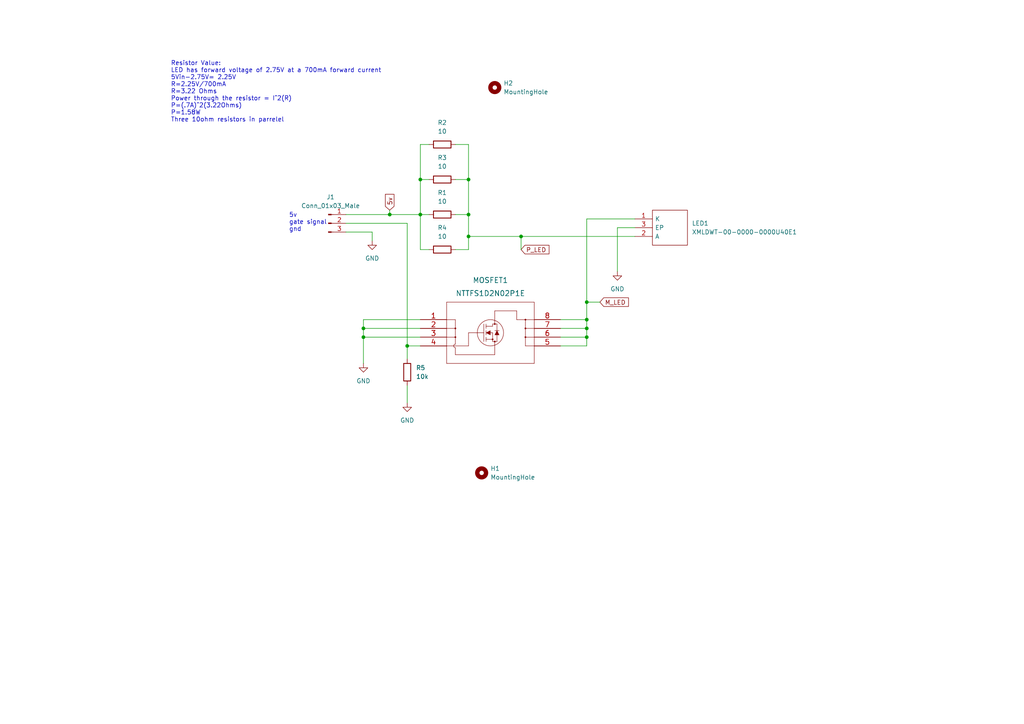
<source format=kicad_sch>
(kicad_sch (version 20211123) (generator eeschema)

  (uuid 7d50bbff-a1ab-4f13-a0a1-fc6bccc84a52)

  (paper "A4")

  (lib_symbols
    (symbol "2023-02-10_19-37-18:NTTFS1D2N02P1E" (pin_names (offset 0.254) hide) (in_bom yes) (on_board yes)
      (property "Reference" "MOSFET" (id 0) (at 20.32 10.16 0)
        (effects (font (size 1.524 1.524)))
      )
      (property "Value" "NTTFS1D2N02P1E" (id 1) (at 20.32 7.62 0)
        (effects (font (size 1.524 1.524)))
      )
      (property "Footprint" "PQFN8_483AW_ONS" (id 2) (at 20.32 6.096 0)
        (effects (font (size 1.524 1.524)) hide)
      )
      (property "Datasheet" "" (id 3) (at 0 0 0)
        (effects (font (size 1.524 1.524)))
      )
      (property "ki_locked" "" (id 4) (at 0 0 0)
        (effects (font (size 1.27 1.27)))
      )
      (property "ki_fp_filters" "PQFN8_483AW_ONS PQFN8_483AW_ONS-M PQFN8_483AW_ONS-L" (id 5) (at 0 0 0)
        (effects (font (size 1.27 1.27)) hide)
      )
      (symbol "NTTFS1D2N02P1E_1_1"
        (polyline
          (pts
            (xy 7.62 -12.7)
            (xy 33.02 -12.7)
          )
          (stroke (width 0.127) (type default) (color 0 0 0 0))
          (fill (type none))
        )
        (polyline
          (pts
            (xy 7.62 -7.62)
            (xy 13.97 -7.62)
          )
          (stroke (width 0.127) (type default) (color 0 0 0 0))
          (fill (type none))
        )
        (polyline
          (pts
            (xy 7.62 -5.08)
            (xy 10.16 -5.08)
          )
          (stroke (width 0.127) (type default) (color 0 0 0 0))
          (fill (type none))
        )
        (polyline
          (pts
            (xy 7.62 -2.54)
            (xy 10.16 -2.54)
          )
          (stroke (width 0.127) (type default) (color 0 0 0 0))
          (fill (type none))
        )
        (polyline
          (pts
            (xy 7.62 0)
            (xy 10.16 0)
          )
          (stroke (width 0.127) (type default) (color 0 0 0 0))
          (fill (type none))
        )
        (polyline
          (pts
            (xy 7.62 5.08)
            (xy 7.62 -12.7)
          )
          (stroke (width 0.127) (type default) (color 0 0 0 0))
          (fill (type none))
        )
        (polyline
          (pts
            (xy 10.16 -10.16)
            (xy 21.59 -10.16)
          )
          (stroke (width 0.127) (type default) (color 0 0 0 0))
          (fill (type none))
        )
        (polyline
          (pts
            (xy 10.16 -8.128)
            (xy 10.16 -10.16)
          )
          (stroke (width 0.127) (type default) (color 0 0 0 0))
          (fill (type none))
        )
        (polyline
          (pts
            (xy 10.16 0)
            (xy 10.16 -7.112)
          )
          (stroke (width 0.127) (type default) (color 0 0 0 0))
          (fill (type none))
        )
        (polyline
          (pts
            (xy 13.97 -7.62)
            (xy 13.97 -3.81)
          )
          (stroke (width 0.127) (type default) (color 0 0 0 0))
          (fill (type none))
        )
        (polyline
          (pts
            (xy 13.97 -3.81)
            (xy 18.415 -3.81)
          )
          (stroke (width 0.127) (type default) (color 0 0 0 0))
          (fill (type none))
        )
        (polyline
          (pts
            (xy 18.415 -6.35)
            (xy 18.415 -1.27)
          )
          (stroke (width 0.127) (type default) (color 0 0 0 0))
          (fill (type none))
        )
        (polyline
          (pts
            (xy 19.05 -6.35)
            (xy 19.05 -5.08)
          )
          (stroke (width 0.127) (type default) (color 0 0 0 0))
          (fill (type none))
        )
        (polyline
          (pts
            (xy 19.05 -5.715)
            (xy 20.955 -5.715)
          )
          (stroke (width 0.127) (type default) (color 0 0 0 0))
          (fill (type none))
        )
        (polyline
          (pts
            (xy 19.05 -4.445)
            (xy 19.05 -3.175)
          )
          (stroke (width 0.127) (type default) (color 0 0 0 0))
          (fill (type none))
        )
        (polyline
          (pts
            (xy 19.05 -2.54)
            (xy 19.05 -1.27)
          )
          (stroke (width 0.127) (type default) (color 0 0 0 0))
          (fill (type none))
        )
        (polyline
          (pts
            (xy 19.05 -1.905)
            (xy 20.955 -1.905)
          )
          (stroke (width 0.127) (type default) (color 0 0 0 0))
          (fill (type none))
        )
        (polyline
          (pts
            (xy 20.32 -3.81)
            (xy 20.955 -3.81)
          )
          (stroke (width 0.127) (type default) (color 0 0 0 0))
          (fill (type none))
        )
        (polyline
          (pts
            (xy 20.955 -6.35)
            (xy 20.955 -3.81)
          )
          (stroke (width 0.127) (type default) (color 0 0 0 0))
          (fill (type none))
        )
        (polyline
          (pts
            (xy 20.955 -6.35)
            (xy 22.225 -6.35)
          )
          (stroke (width 0.127) (type default) (color 0 0 0 0))
          (fill (type none))
        )
        (polyline
          (pts
            (xy 20.955 -1.905)
            (xy 20.955 -1.27)
          )
          (stroke (width 0.127) (type default) (color 0 0 0 0))
          (fill (type none))
        )
        (polyline
          (pts
            (xy 20.955 -1.27)
            (xy 22.225 -1.27)
          )
          (stroke (width 0.127) (type default) (color 0 0 0 0))
          (fill (type none))
        )
        (polyline
          (pts
            (xy 21.59 -10.16)
            (xy 21.59 -6.35)
          )
          (stroke (width 0.127) (type default) (color 0 0 0 0))
          (fill (type none))
        )
        (polyline
          (pts
            (xy 21.59 2.54)
            (xy 21.59 -1.27)
          )
          (stroke (width 0.127) (type default) (color 0 0 0 0))
          (fill (type none))
        )
        (polyline
          (pts
            (xy 22.225 -6.35)
            (xy 22.225 -4.445)
          )
          (stroke (width 0.127) (type default) (color 0 0 0 0))
          (fill (type none))
        )
        (polyline
          (pts
            (xy 22.225 -3.175)
            (xy 22.225 -1.27)
          )
          (stroke (width 0.127) (type default) (color 0 0 0 0))
          (fill (type none))
        )
        (polyline
          (pts
            (xy 22.86 -3.175)
            (xy 21.59 -3.175)
          )
          (stroke (width 0.127) (type default) (color 0 0 0 0))
          (fill (type none))
        )
        (polyline
          (pts
            (xy 27.94 0)
            (xy 27.94 2.54)
          )
          (stroke (width 0.127) (type default) (color 0 0 0 0))
          (fill (type none))
        )
        (polyline
          (pts
            (xy 27.94 2.54)
            (xy 21.59 2.54)
          )
          (stroke (width 0.127) (type default) (color 0 0 0 0))
          (fill (type none))
        )
        (polyline
          (pts
            (xy 30.48 -7.62)
            (xy 30.48 0)
          )
          (stroke (width 0.127) (type default) (color 0 0 0 0))
          (fill (type none))
        )
        (polyline
          (pts
            (xy 33.02 -12.7)
            (xy 33.02 5.08)
          )
          (stroke (width 0.127) (type default) (color 0 0 0 0))
          (fill (type none))
        )
        (polyline
          (pts
            (xy 33.02 -7.62)
            (xy 30.48 -7.62)
          )
          (stroke (width 0.127) (type default) (color 0 0 0 0))
          (fill (type none))
        )
        (polyline
          (pts
            (xy 33.02 -5.08)
            (xy 30.48 -5.08)
          )
          (stroke (width 0.127) (type default) (color 0 0 0 0))
          (fill (type none))
        )
        (polyline
          (pts
            (xy 33.02 -2.54)
            (xy 30.48 -2.54)
          )
          (stroke (width 0.127) (type default) (color 0 0 0 0))
          (fill (type none))
        )
        (polyline
          (pts
            (xy 33.02 0)
            (xy 27.94 0)
          )
          (stroke (width 0.127) (type default) (color 0 0 0 0))
          (fill (type none))
        )
        (polyline
          (pts
            (xy 33.02 5.08)
            (xy 7.62 5.08)
          )
          (stroke (width 0.127) (type default) (color 0 0 0 0))
          (fill (type none))
        )
        (polyline
          (pts
            (xy 20.32 -3.175)
            (xy 19.05 -3.81)
            (xy 20.32 -4.445)
            (xy 20.32 -3.175)
          )
          (stroke (width 0.0254) (type default) (color 0 0 0 0))
          (fill (type outline))
        )
        (polyline
          (pts
            (xy 22.86 -4.445)
            (xy 21.59 -4.445)
            (xy 22.225 -3.175)
            (xy 22.86 -4.445)
          )
          (stroke (width 0.0254) (type default) (color 0 0 0 0))
          (fill (type outline))
        )
        (arc (start 10.16 -7.112) (mid 9.652 -7.62) (end 10.16 -8.128)
          (stroke (width 0.127) (type default) (color 0 0 0 0))
          (fill (type none))
        )
        (circle (center 10.16 -5.08) (radius 0.127)
          (stroke (width 0.254) (type default) (color 0 0 0 0))
          (fill (type none))
        )
        (circle (center 10.16 -2.54) (radius 0.127)
          (stroke (width 0.254) (type default) (color 0 0 0 0))
          (fill (type none))
        )
        (circle (center 20.32 -3.81) (radius 3.81)
          (stroke (width 0.127) (type default) (color 0 0 0 0))
          (fill (type none))
        )
        (circle (center 20.955 -5.715) (radius 0.127)
          (stroke (width 0.254) (type default) (color 0 0 0 0))
          (fill (type none))
        )
        (circle (center 21.59 -6.35) (radius 0.127)
          (stroke (width 0.254) (type default) (color 0 0 0 0))
          (fill (type none))
        )
        (circle (center 21.59 -1.27) (radius 0.127)
          (stroke (width 0.254) (type default) (color 0 0 0 0))
          (fill (type none))
        )
        (circle (center 30.48 -5.08) (radius 0.127)
          (stroke (width 0.254) (type default) (color 0 0 0 0))
          (fill (type none))
        )
        (circle (center 30.48 -2.54) (radius 0.127)
          (stroke (width 0.254) (type default) (color 0 0 0 0))
          (fill (type none))
        )
        (circle (center 30.48 0) (radius 0.127)
          (stroke (width 0.254) (type default) (color 0 0 0 0))
          (fill (type none))
        )
        (pin unspecified line (at 0 0 0) (length 7.62)
          (name "1" (effects (font (size 1.4986 1.4986))))
          (number "1" (effects (font (size 1.4986 1.4986))))
        )
        (pin unspecified line (at 0 -2.54 0) (length 7.62)
          (name "2" (effects (font (size 1.4986 1.4986))))
          (number "2" (effects (font (size 1.4986 1.4986))))
        )
        (pin unspecified line (at 0 -5.08 0) (length 7.62)
          (name "3" (effects (font (size 1.4986 1.4986))))
          (number "3" (effects (font (size 1.4986 1.4986))))
        )
        (pin unspecified line (at 0 -7.62 0) (length 7.62)
          (name "4" (effects (font (size 1.4986 1.4986))))
          (number "4" (effects (font (size 1.4986 1.4986))))
        )
        (pin unspecified line (at 40.64 -7.62 180) (length 7.62)
          (name "5" (effects (font (size 1.4986 1.4986))))
          (number "5" (effects (font (size 1.4986 1.4986))))
        )
        (pin unspecified line (at 40.64 -5.08 180) (length 7.62)
          (name "6" (effects (font (size 1.4986 1.4986))))
          (number "6" (effects (font (size 1.4986 1.4986))))
        )
        (pin unspecified line (at 40.64 -2.54 180) (length 7.62)
          (name "7" (effects (font (size 1.4986 1.4986))))
          (number "7" (effects (font (size 1.4986 1.4986))))
        )
        (pin unspecified line (at 40.64 0 180) (length 7.62)
          (name "8" (effects (font (size 1.4986 1.4986))))
          (number "8" (effects (font (size 1.4986 1.4986))))
        )
      )
    )
    (symbol "Connector:Conn_01x03_Male" (pin_names (offset 1.016) hide) (in_bom yes) (on_board yes)
      (property "Reference" "J" (id 0) (at 0 5.08 0)
        (effects (font (size 1.27 1.27)))
      )
      (property "Value" "Conn_01x03_Male" (id 1) (at 0 -5.08 0)
        (effects (font (size 1.27 1.27)))
      )
      (property "Footprint" "" (id 2) (at 0 0 0)
        (effects (font (size 1.27 1.27)) hide)
      )
      (property "Datasheet" "~" (id 3) (at 0 0 0)
        (effects (font (size 1.27 1.27)) hide)
      )
      (property "ki_keywords" "connector" (id 4) (at 0 0 0)
        (effects (font (size 1.27 1.27)) hide)
      )
      (property "ki_description" "Generic connector, single row, 01x03, script generated (kicad-library-utils/schlib/autogen/connector/)" (id 5) (at 0 0 0)
        (effects (font (size 1.27 1.27)) hide)
      )
      (property "ki_fp_filters" "Connector*:*_1x??_*" (id 6) (at 0 0 0)
        (effects (font (size 1.27 1.27)) hide)
      )
      (symbol "Conn_01x03_Male_1_1"
        (polyline
          (pts
            (xy 1.27 -2.54)
            (xy 0.8636 -2.54)
          )
          (stroke (width 0.1524) (type default) (color 0 0 0 0))
          (fill (type none))
        )
        (polyline
          (pts
            (xy 1.27 0)
            (xy 0.8636 0)
          )
          (stroke (width 0.1524) (type default) (color 0 0 0 0))
          (fill (type none))
        )
        (polyline
          (pts
            (xy 1.27 2.54)
            (xy 0.8636 2.54)
          )
          (stroke (width 0.1524) (type default) (color 0 0 0 0))
          (fill (type none))
        )
        (rectangle (start 0.8636 -2.413) (end 0 -2.667)
          (stroke (width 0.1524) (type default) (color 0 0 0 0))
          (fill (type outline))
        )
        (rectangle (start 0.8636 0.127) (end 0 -0.127)
          (stroke (width 0.1524) (type default) (color 0 0 0 0))
          (fill (type outline))
        )
        (rectangle (start 0.8636 2.667) (end 0 2.413)
          (stroke (width 0.1524) (type default) (color 0 0 0 0))
          (fill (type outline))
        )
        (pin passive line (at 5.08 2.54 180) (length 3.81)
          (name "Pin_1" (effects (font (size 1.27 1.27))))
          (number "1" (effects (font (size 1.27 1.27))))
        )
        (pin passive line (at 5.08 0 180) (length 3.81)
          (name "Pin_2" (effects (font (size 1.27 1.27))))
          (number "2" (effects (font (size 1.27 1.27))))
        )
        (pin passive line (at 5.08 -2.54 180) (length 3.81)
          (name "Pin_3" (effects (font (size 1.27 1.27))))
          (number "3" (effects (font (size 1.27 1.27))))
        )
      )
    )
    (symbol "Device:R" (pin_numbers hide) (pin_names (offset 0)) (in_bom yes) (on_board yes)
      (property "Reference" "R" (id 0) (at 2.032 0 90)
        (effects (font (size 1.27 1.27)))
      )
      (property "Value" "R" (id 1) (at 0 0 90)
        (effects (font (size 1.27 1.27)))
      )
      (property "Footprint" "" (id 2) (at -1.778 0 90)
        (effects (font (size 1.27 1.27)) hide)
      )
      (property "Datasheet" "~" (id 3) (at 0 0 0)
        (effects (font (size 1.27 1.27)) hide)
      )
      (property "ki_keywords" "R res resistor" (id 4) (at 0 0 0)
        (effects (font (size 1.27 1.27)) hide)
      )
      (property "ki_description" "Resistor" (id 5) (at 0 0 0)
        (effects (font (size 1.27 1.27)) hide)
      )
      (property "ki_fp_filters" "R_*" (id 6) (at 0 0 0)
        (effects (font (size 1.27 1.27)) hide)
      )
      (symbol "R_0_1"
        (rectangle (start -1.016 -2.54) (end 1.016 2.54)
          (stroke (width 0.254) (type default) (color 0 0 0 0))
          (fill (type none))
        )
      )
      (symbol "R_1_1"
        (pin passive line (at 0 3.81 270) (length 1.27)
          (name "~" (effects (font (size 1.27 1.27))))
          (number "1" (effects (font (size 1.27 1.27))))
        )
        (pin passive line (at 0 -3.81 90) (length 1.27)
          (name "~" (effects (font (size 1.27 1.27))))
          (number "2" (effects (font (size 1.27 1.27))))
        )
      )
    )
    (symbol "Mechanical:MountingHole" (pin_names (offset 1.016)) (in_bom yes) (on_board yes)
      (property "Reference" "H" (id 0) (at 0 5.08 0)
        (effects (font (size 1.27 1.27)))
      )
      (property "Value" "MountingHole" (id 1) (at 0 3.175 0)
        (effects (font (size 1.27 1.27)))
      )
      (property "Footprint" "" (id 2) (at 0 0 0)
        (effects (font (size 1.27 1.27)) hide)
      )
      (property "Datasheet" "~" (id 3) (at 0 0 0)
        (effects (font (size 1.27 1.27)) hide)
      )
      (property "ki_keywords" "mounting hole" (id 4) (at 0 0 0)
        (effects (font (size 1.27 1.27)) hide)
      )
      (property "ki_description" "Mounting Hole without connection" (id 5) (at 0 0 0)
        (effects (font (size 1.27 1.27)) hide)
      )
      (property "ki_fp_filters" "MountingHole*" (id 6) (at 0 0 0)
        (effects (font (size 1.27 1.27)) hide)
      )
      (symbol "MountingHole_0_1"
        (circle (center 0 0) (radius 1.27)
          (stroke (width 1.27) (type default) (color 0 0 0 0))
          (fill (type none))
        )
      )
    )
    (symbol "XMLDWT-00-0000-0000U40E1:XMLDWT-00-0000-0000U40E1" (pin_names (offset 0.762)) (in_bom yes) (on_board yes)
      (property "Reference" "LED" (id 0) (at 16.51 7.62 0)
        (effects (font (size 1.27 1.27)) (justify left))
      )
      (property "Value" "XMLDWT-00-0000-0000U40E1" (id 1) (at 16.51 5.08 0)
        (effects (font (size 1.27 1.27)) (justify left))
      )
      (property "Footprint" "XMLDWT0000000000U40E1" (id 2) (at 16.51 2.54 0)
        (effects (font (size 1.27 1.27)) (justify left) hide)
      )
      (property "Datasheet" "https://www.mouser.co.uk/datasheet/2/723/cree_s_a0011179535_1-2291575.pdf" (id 3) (at 16.51 0 0)
        (effects (font (size 1.27 1.27)) (justify left) hide)
      )
      (property "Description" "High Power LEDs - White White 6500K 340lm" (id 4) (at 16.51 -2.54 0)
        (effects (font (size 1.27 1.27)) (justify left) hide)
      )
      (property "Height" "3.15" (id 5) (at 16.51 -5.08 0)
        (effects (font (size 1.27 1.27)) (justify left) hide)
      )
      (property "Manufacturer_Name" "Wolfspeed" (id 6) (at 16.51 -7.62 0)
        (effects (font (size 1.27 1.27)) (justify left) hide)
      )
      (property "Manufacturer_Part_Number" "XMLDWT-00-0000-0000U40E1" (id 7) (at 16.51 -10.16 0)
        (effects (font (size 1.27 1.27)) (justify left) hide)
      )
      (property "Mouser Part Number" "941-XMLDWT0000U40E1" (id 8) (at 16.51 -12.7 0)
        (effects (font (size 1.27 1.27)) (justify left) hide)
      )
      (property "Mouser Price/Stock" "https://www.mouser.co.uk/ProductDetail/Cree-LED/XMLDWT-00-0000-0000U40E1?qs=OlC7AqGiEDn0iQkSPoCXgw%3D%3D" (id 9) (at 16.51 -15.24 0)
        (effects (font (size 1.27 1.27)) (justify left) hide)
      )
      (property "Arrow Part Number" "" (id 10) (at 16.51 -17.78 0)
        (effects (font (size 1.27 1.27)) (justify left) hide)
      )
      (property "Arrow Price/Stock" "" (id 11) (at 16.51 -20.32 0)
        (effects (font (size 1.27 1.27)) (justify left) hide)
      )
      (property "Mouser Testing Part Number" "" (id 12) (at 16.51 -22.86 0)
        (effects (font (size 1.27 1.27)) (justify left) hide)
      )
      (property "Mouser Testing Price/Stock" "" (id 13) (at 16.51 -25.4 0)
        (effects (font (size 1.27 1.27)) (justify left) hide)
      )
      (property "ki_description" "High Power LEDs - White White 6500K 340lm" (id 14) (at 0 0 0)
        (effects (font (size 1.27 1.27)) hide)
      )
      (symbol "XMLDWT-00-0000-0000U40E1_0_0"
        (pin passive line (at 0 0 0) (length 5.08)
          (name "K" (effects (font (size 1.27 1.27))))
          (number "1" (effects (font (size 1.27 1.27))))
        )
        (pin passive line (at 0 -5.08 0) (length 5.08)
          (name "A" (effects (font (size 1.27 1.27))))
          (number "2" (effects (font (size 1.27 1.27))))
        )
        (pin passive line (at 0 -2.54 0) (length 5.08)
          (name "EP" (effects (font (size 1.27 1.27))))
          (number "3" (effects (font (size 1.27 1.27))))
        )
      )
      (symbol "XMLDWT-00-0000-0000U40E1_0_1"
        (polyline
          (pts
            (xy 5.08 2.54)
            (xy 15.24 2.54)
            (xy 15.24 -7.62)
            (xy 5.08 -7.62)
            (xy 5.08 2.54)
          )
          (stroke (width 0.1524) (type default) (color 0 0 0 0))
          (fill (type none))
        )
      )
    )
    (symbol "power:GND" (power) (pin_names (offset 0)) (in_bom yes) (on_board yes)
      (property "Reference" "#PWR" (id 0) (at 0 -6.35 0)
        (effects (font (size 1.27 1.27)) hide)
      )
      (property "Value" "GND" (id 1) (at 0 -3.81 0)
        (effects (font (size 1.27 1.27)))
      )
      (property "Footprint" "" (id 2) (at 0 0 0)
        (effects (font (size 1.27 1.27)) hide)
      )
      (property "Datasheet" "" (id 3) (at 0 0 0)
        (effects (font (size 1.27 1.27)) hide)
      )
      (property "ki_keywords" "power-flag" (id 4) (at 0 0 0)
        (effects (font (size 1.27 1.27)) hide)
      )
      (property "ki_description" "Power symbol creates a global label with name \"GND\" , ground" (id 5) (at 0 0 0)
        (effects (font (size 1.27 1.27)) hide)
      )
      (symbol "GND_0_1"
        (polyline
          (pts
            (xy 0 0)
            (xy 0 -1.27)
            (xy 1.27 -1.27)
            (xy 0 -2.54)
            (xy -1.27 -1.27)
            (xy 0 -1.27)
          )
          (stroke (width 0) (type default) (color 0 0 0 0))
          (fill (type none))
        )
      )
      (symbol "GND_1_1"
        (pin power_in line (at 0 0 270) (length 0) hide
          (name "GND" (effects (font (size 1.27 1.27))))
          (number "1" (effects (font (size 1.27 1.27))))
        )
      )
    )
  )

  (junction (at 121.92 52.07) (diameter 0) (color 0 0 0 0)
    (uuid 1e64e1c0-2a21-4fa2-9b02-d683a7e436cf)
  )
  (junction (at 135.89 52.07) (diameter 0) (color 0 0 0 0)
    (uuid 47355ae4-0dbc-43e3-946f-b70c9e3e1e87)
  )
  (junction (at 135.89 62.23) (diameter 0) (color 0 0 0 0)
    (uuid 5aebe5d5-a30b-4c3b-a924-2fd040f93ca9)
  )
  (junction (at 170.18 92.71) (diameter 0) (color 0 0 0 0)
    (uuid 5bc17cc1-3579-4360-9ef4-aec2ff79dfb2)
  )
  (junction (at 121.92 62.23) (diameter 0) (color 0 0 0 0)
    (uuid 61320ddb-55e1-46c0-8366-f54aa5a3701a)
  )
  (junction (at 135.89 68.58) (diameter 0) (color 0 0 0 0)
    (uuid 8d94b9e6-9d6a-4546-b8e9-06d0ccdb4901)
  )
  (junction (at 151.13 68.58) (diameter 0) (color 0 0 0 0)
    (uuid 9b151dc0-6867-43ae-80a6-2e13e7d8574d)
  )
  (junction (at 113.03 62.23) (diameter 0) (color 0 0 0 0)
    (uuid 9fa137b4-74a2-4485-af74-4de2fc806291)
  )
  (junction (at 170.18 95.25) (diameter 0) (color 0 0 0 0)
    (uuid bb5fa497-d54d-4893-8486-56eebfc7add2)
  )
  (junction (at 118.11 100.33) (diameter 0) (color 0 0 0 0)
    (uuid d1133a4b-0c92-42f4-9ca1-05778bae9c20)
  )
  (junction (at 170.18 97.79) (diameter 0) (color 0 0 0 0)
    (uuid d25dd5a2-e193-45ff-a56d-d851ac0bc5d5)
  )
  (junction (at 170.18 87.63) (diameter 0) (color 0 0 0 0)
    (uuid d35e8404-6ed0-4d40-bbd8-c6159150371a)
  )
  (junction (at 105.41 95.25) (diameter 0) (color 0 0 0 0)
    (uuid d43386bd-4162-4169-a1e8-ede47c020223)
  )
  (junction (at 105.41 97.79) (diameter 0) (color 0 0 0 0)
    (uuid f8d293a2-1b16-4717-99b8-130783685520)
  )

  (wire (pts (xy 105.41 95.25) (xy 121.92 95.25))
    (stroke (width 0) (type default) (color 0 0 0 0))
    (uuid 0ba2b945-5ee7-4dd1-8753-7272f4b6df8c)
  )
  (wire (pts (xy 170.18 87.63) (xy 170.18 92.71))
    (stroke (width 0) (type default) (color 0 0 0 0))
    (uuid 0c4c7b40-51ac-486f-8511-734358ab332b)
  )
  (wire (pts (xy 170.18 95.25) (xy 170.18 97.79))
    (stroke (width 0) (type default) (color 0 0 0 0))
    (uuid 17d851f9-1578-4745-ad70-cd700858cb97)
  )
  (wire (pts (xy 121.92 62.23) (xy 121.92 72.39))
    (stroke (width 0) (type default) (color 0 0 0 0))
    (uuid 1b95b63d-06a3-441f-bab5-0a72dedb1b32)
  )
  (wire (pts (xy 105.41 97.79) (xy 121.92 97.79))
    (stroke (width 0) (type default) (color 0 0 0 0))
    (uuid 1cde4f9f-1a90-4b7c-a859-c3ac58ed44bd)
  )
  (wire (pts (xy 184.15 63.5) (xy 170.18 63.5))
    (stroke (width 0) (type default) (color 0 0 0 0))
    (uuid 22b7fb28-bb79-4147-a435-d468b55ba393)
  )
  (wire (pts (xy 113.03 62.23) (xy 121.92 62.23))
    (stroke (width 0) (type default) (color 0 0 0 0))
    (uuid 22fdf5dd-3d4b-420f-ad5f-09a8fc5c384e)
  )
  (wire (pts (xy 179.07 66.04) (xy 179.07 78.74))
    (stroke (width 0) (type default) (color 0 0 0 0))
    (uuid 254050c8-2f1a-459d-b117-af4cda8206df)
  )
  (wire (pts (xy 170.18 100.33) (xy 162.56 100.33))
    (stroke (width 0) (type default) (color 0 0 0 0))
    (uuid 3479e986-8f07-4f11-8f34-eeebe78e11ac)
  )
  (wire (pts (xy 135.89 68.58) (xy 151.13 68.58))
    (stroke (width 0) (type default) (color 0 0 0 0))
    (uuid 385226e0-aa1c-4100-bc6b-18d3927b0cba)
  )
  (wire (pts (xy 113.03 60.96) (xy 113.03 62.23))
    (stroke (width 0) (type default) (color 0 0 0 0))
    (uuid 3e94ac0f-a54f-43e0-9a47-ae57b7689f0b)
  )
  (wire (pts (xy 170.18 92.71) (xy 170.18 95.25))
    (stroke (width 0) (type default) (color 0 0 0 0))
    (uuid 428d4b75-9d84-40c8-ae0b-90f8e8116c0c)
  )
  (wire (pts (xy 132.08 62.23) (xy 135.89 62.23))
    (stroke (width 0) (type default) (color 0 0 0 0))
    (uuid 4e13b245-e1bb-4042-a64f-1e96af90d48a)
  )
  (wire (pts (xy 121.92 52.07) (xy 124.46 52.07))
    (stroke (width 0) (type default) (color 0 0 0 0))
    (uuid 4f3b1b32-4f14-4871-9590-252475ac47e2)
  )
  (wire (pts (xy 105.41 92.71) (xy 105.41 95.25))
    (stroke (width 0) (type default) (color 0 0 0 0))
    (uuid 5720b492-aa06-4732-897f-a21c238de470)
  )
  (wire (pts (xy 100.33 62.23) (xy 113.03 62.23))
    (stroke (width 0) (type default) (color 0 0 0 0))
    (uuid 5b145aef-3c50-43a7-a70b-836312daffb2)
  )
  (wire (pts (xy 135.89 52.07) (xy 135.89 41.91))
    (stroke (width 0) (type default) (color 0 0 0 0))
    (uuid 5d9dc06a-4d0a-46d2-a148-2a399af5c0e7)
  )
  (wire (pts (xy 135.89 68.58) (xy 135.89 72.39))
    (stroke (width 0) (type default) (color 0 0 0 0))
    (uuid 60bfc293-7ddb-41dd-acef-10c61aecc20a)
  )
  (wire (pts (xy 170.18 97.79) (xy 170.18 100.33))
    (stroke (width 0) (type default) (color 0 0 0 0))
    (uuid 6261381f-4400-4df9-ba7c-06763cfd0439)
  )
  (wire (pts (xy 162.56 92.71) (xy 170.18 92.71))
    (stroke (width 0) (type default) (color 0 0 0 0))
    (uuid 68ba8bf4-7baf-4769-ba5c-27eec739ed64)
  )
  (wire (pts (xy 118.11 64.77) (xy 118.11 100.33))
    (stroke (width 0) (type default) (color 0 0 0 0))
    (uuid 6ad09745-ce4a-40af-900c-da286f38dc0e)
  )
  (wire (pts (xy 151.13 68.58) (xy 184.15 68.58))
    (stroke (width 0) (type default) (color 0 0 0 0))
    (uuid 6b8cdd20-ab24-427d-90cc-e77ba4817672)
  )
  (wire (pts (xy 118.11 100.33) (xy 118.11 104.14))
    (stroke (width 0) (type default) (color 0 0 0 0))
    (uuid 7d2f0549-5218-42de-82fa-11ad43b1c96e)
  )
  (wire (pts (xy 170.18 63.5) (xy 170.18 87.63))
    (stroke (width 0) (type default) (color 0 0 0 0))
    (uuid 7d3182d6-9f71-45d6-aaf6-1d32b3058eb5)
  )
  (wire (pts (xy 151.13 68.58) (xy 151.13 72.39))
    (stroke (width 0) (type default) (color 0 0 0 0))
    (uuid 7f4330f3-53fa-4640-83f4-1bfd3c3945dc)
  )
  (wire (pts (xy 121.92 72.39) (xy 124.46 72.39))
    (stroke (width 0) (type default) (color 0 0 0 0))
    (uuid 8623f7ac-368c-4c28-a9d7-d8ddcc1c8b99)
  )
  (wire (pts (xy 100.33 67.31) (xy 107.95 67.31))
    (stroke (width 0) (type default) (color 0 0 0 0))
    (uuid 86399808-e6a0-4711-8d43-e4c23e4334b3)
  )
  (wire (pts (xy 118.11 111.76) (xy 118.11 116.84))
    (stroke (width 0) (type default) (color 0 0 0 0))
    (uuid 8853d6c9-f3e9-4acc-8966-687db48360a5)
  )
  (wire (pts (xy 132.08 52.07) (xy 135.89 52.07))
    (stroke (width 0) (type default) (color 0 0 0 0))
    (uuid 893c1316-db02-4f8f-ae56-52f0a6f84551)
  )
  (wire (pts (xy 121.92 62.23) (xy 124.46 62.23))
    (stroke (width 0) (type default) (color 0 0 0 0))
    (uuid 8c259fa3-40fb-4db8-ae3d-8ac82f858856)
  )
  (wire (pts (xy 121.92 52.07) (xy 121.92 41.91))
    (stroke (width 0) (type default) (color 0 0 0 0))
    (uuid 8d08a31f-9235-42d1-8581-e6272cbbc30a)
  )
  (wire (pts (xy 105.41 95.25) (xy 105.41 97.79))
    (stroke (width 0) (type default) (color 0 0 0 0))
    (uuid 91a5aa02-32f4-4ea4-a9eb-594e9e846a62)
  )
  (wire (pts (xy 135.89 72.39) (xy 132.08 72.39))
    (stroke (width 0) (type default) (color 0 0 0 0))
    (uuid 9a23f2e4-91ac-4a6c-aebc-3edebea52a5c)
  )
  (wire (pts (xy 121.92 41.91) (xy 124.46 41.91))
    (stroke (width 0) (type default) (color 0 0 0 0))
    (uuid 9cb5814d-68d1-4ab2-b5c6-9e7fa5cb2446)
  )
  (wire (pts (xy 118.11 100.33) (xy 121.92 100.33))
    (stroke (width 0) (type default) (color 0 0 0 0))
    (uuid a4708af5-a4b4-4d23-a536-ddc9fa566070)
  )
  (wire (pts (xy 162.56 95.25) (xy 170.18 95.25))
    (stroke (width 0) (type default) (color 0 0 0 0))
    (uuid a9434683-62d6-4d1f-8118-e40350af4002)
  )
  (wire (pts (xy 135.89 62.23) (xy 135.89 68.58))
    (stroke (width 0) (type default) (color 0 0 0 0))
    (uuid c1720002-9929-4ccd-9be2-9d279e9e58a8)
  )
  (wire (pts (xy 184.15 66.04) (xy 179.07 66.04))
    (stroke (width 0) (type default) (color 0 0 0 0))
    (uuid ca932a2f-b6e2-44bd-994e-097685646d75)
  )
  (wire (pts (xy 170.18 87.63) (xy 173.99 87.63))
    (stroke (width 0) (type default) (color 0 0 0 0))
    (uuid cb8fc890-d290-4119-9cdc-c6afdcb81fb1)
  )
  (wire (pts (xy 162.56 97.79) (xy 170.18 97.79))
    (stroke (width 0) (type default) (color 0 0 0 0))
    (uuid cef593fb-bfe6-4edd-b423-aaffe58c1f45)
  )
  (wire (pts (xy 107.95 67.31) (xy 107.95 69.85))
    (stroke (width 0) (type default) (color 0 0 0 0))
    (uuid d2c7d20d-c7f9-4cf2-adb3-67d52aaa2bda)
  )
  (wire (pts (xy 121.92 92.71) (xy 105.41 92.71))
    (stroke (width 0) (type default) (color 0 0 0 0))
    (uuid d343c0a9-9ab9-4c9f-95f6-3c7a7732d4ff)
  )
  (wire (pts (xy 100.33 64.77) (xy 118.11 64.77))
    (stroke (width 0) (type default) (color 0 0 0 0))
    (uuid dca2162f-435f-494c-a9e9-20a993b6c4cc)
  )
  (wire (pts (xy 121.92 62.23) (xy 121.92 52.07))
    (stroke (width 0) (type default) (color 0 0 0 0))
    (uuid ddad6eda-1562-4224-8cb4-f16d5b71ba67)
  )
  (wire (pts (xy 132.08 41.91) (xy 135.89 41.91))
    (stroke (width 0) (type default) (color 0 0 0 0))
    (uuid df5636e5-3ee2-4a4b-8c47-97c7614f8b1f)
  )
  (wire (pts (xy 105.41 97.79) (xy 105.41 105.41))
    (stroke (width 0) (type default) (color 0 0 0 0))
    (uuid e7f3049f-0243-4fca-a78b-5326f1d7480b)
  )
  (wire (pts (xy 135.89 52.07) (xy 135.89 62.23))
    (stroke (width 0) (type default) (color 0 0 0 0))
    (uuid f8cc8bf3-6188-40b6-a159-d1f7bf32db54)
  )

  (text "5v\ngate signal\ngnd" (at 83.82 67.31 0)
    (effects (font (size 1.27 1.27)) (justify left bottom))
    (uuid 0132ce28-2dcf-4bb8-9bd4-18b548fd7500)
  )
  (text "Resistor Value:\nLED has forward voltage of 2.75V at a 700mA forward current\n5Vin-2.75V= 2.25V\nR=2.25V/700mA\nR=3.22 Ohms\nPower through the resistor = I^2(R)\nP=(.7A)^2(3.22Ohms)\nP=1.58W\nThree 10ohm resistors in parrelel"
    (at 49.53 35.56 0)
    (effects (font (size 1.27 1.27)) (justify left bottom))
    (uuid f223b32d-64b5-49fe-8ceb-4bf0bf220a63)
  )

  (global_label "M_LED" (shape input) (at 173.99 87.63 0) (fields_autoplaced)
    (effects (font (size 1.27 1.27)) (justify left))
    (uuid a46ce493-4cfb-43e4-b988-206c4b810afa)
    (property "Intersheet References" "${INTERSHEET_REFS}" (id 0) (at 182.2693 87.5506 0)
      (effects (font (size 1.27 1.27)) (justify left) hide)
    )
  )
  (global_label "P_LED" (shape input) (at 151.13 72.39 0) (fields_autoplaced)
    (effects (font (size 1.27 1.27)) (justify left))
    (uuid c680124d-3bad-4bf4-8b65-1b657de848ef)
    (property "Intersheet References" "${INTERSHEET_REFS}" (id 0) (at 159.2279 72.3106 0)
      (effects (font (size 1.27 1.27)) (justify left) hide)
    )
  )
  (global_label "5v" (shape input) (at 113.03 60.96 90) (fields_autoplaced)
    (effects (font (size 1.27 1.27)) (justify left))
    (uuid d256791a-1630-468e-b6d9-781cdb2ce4a5)
    (property "Intersheet References" "${INTERSHEET_REFS}" (id 0) (at 113.1094 56.3698 90)
      (effects (font (size 1.27 1.27)) (justify left) hide)
    )
  )

  (symbol (lib_id "Device:R") (at 128.27 62.23 90) (unit 1)
    (in_bom yes) (on_board yes) (fields_autoplaced)
    (uuid 1f1dabba-304e-47eb-b83e-f3857fe58149)
    (property "Reference" "R1" (id 0) (at 128.27 55.88 90))
    (property "Value" "10" (id 1) (at 128.27 58.42 90))
    (property "Footprint" "Resistor_SMD:R_1206_3216Metric_Pad1.30x1.75mm_HandSolder" (id 2) (at 128.27 64.008 90)
      (effects (font (size 1.27 1.27)) hide)
    )
    (property "Datasheet" "~" (id 3) (at 128.27 62.23 0)
      (effects (font (size 1.27 1.27)) hide)
    )
    (pin "1" (uuid 2620b239-1944-4a2a-af34-066159b814bb))
    (pin "2" (uuid dee3dd8a-53ad-438f-9b2a-8882565971e5))
  )

  (symbol (lib_id "Device:R") (at 128.27 52.07 90) (unit 1)
    (in_bom yes) (on_board yes) (fields_autoplaced)
    (uuid 2284da95-3b32-4992-b2ae-cfc9bf56b6d3)
    (property "Reference" "R3" (id 0) (at 128.27 45.72 90))
    (property "Value" "10" (id 1) (at 128.27 48.26 90))
    (property "Footprint" "Resistor_SMD:R_1206_3216Metric_Pad1.30x1.75mm_HandSolder" (id 2) (at 128.27 53.848 90)
      (effects (font (size 1.27 1.27)) hide)
    )
    (property "Datasheet" "~" (id 3) (at 128.27 52.07 0)
      (effects (font (size 1.27 1.27)) hide)
    )
    (pin "1" (uuid dba1ec7f-9d25-4491-86b2-cbda63e43247))
    (pin "2" (uuid 67cf0454-1a99-49d5-bc6b-1cfe0fa17b20))
  )

  (symbol (lib_id "power:GND") (at 107.95 69.85 0) (unit 1)
    (in_bom yes) (on_board yes) (fields_autoplaced)
    (uuid 5327be3e-34ff-4354-a1f2-e53ba304e840)
    (property "Reference" "#PWR0101" (id 0) (at 107.95 76.2 0)
      (effects (font (size 1.27 1.27)) hide)
    )
    (property "Value" "GND" (id 1) (at 107.95 74.93 0))
    (property "Footprint" "" (id 2) (at 107.95 69.85 0)
      (effects (font (size 1.27 1.27)) hide)
    )
    (property "Datasheet" "" (id 3) (at 107.95 69.85 0)
      (effects (font (size 1.27 1.27)) hide)
    )
    (pin "1" (uuid 28b2a049-39ac-4180-9b4c-1f12609e402e))
  )

  (symbol (lib_id "power:GND") (at 179.07 78.74 0) (unit 1)
    (in_bom yes) (on_board yes) (fields_autoplaced)
    (uuid 7b2aaf9f-b444-4e25-b9fc-0cd177c14a77)
    (property "Reference" "#PWR0103" (id 0) (at 179.07 85.09 0)
      (effects (font (size 1.27 1.27)) hide)
    )
    (property "Value" "GND" (id 1) (at 179.07 83.82 0))
    (property "Footprint" "" (id 2) (at 179.07 78.74 0)
      (effects (font (size 1.27 1.27)) hide)
    )
    (property "Datasheet" "" (id 3) (at 179.07 78.74 0)
      (effects (font (size 1.27 1.27)) hide)
    )
    (pin "1" (uuid 7cf3cea8-78ce-487d-9946-49bfc4848f12))
  )

  (symbol (lib_id "2023-02-10_19-37-18:NTTFS1D2N02P1E") (at 121.92 92.71 0) (unit 1)
    (in_bom yes) (on_board yes) (fields_autoplaced)
    (uuid 8cfeda1f-b0c5-4b89-ab11-6c1d48a8e8ab)
    (property "Reference" "MOSFET1" (id 0) (at 142.24 81.28 0)
      (effects (font (size 1.524 1.524)))
    )
    (property "Value" "NTTFS1D2N02P1E" (id 1) (at 142.24 85.09 0)
      (effects (font (size 1.524 1.524)))
    )
    (property "Footprint" "footprints:NTTFS1D2N02P1E" (id 2) (at 142.24 86.614 0)
      (effects (font (size 1.524 1.524)) hide)
    )
    (property "Datasheet" "" (id 3) (at 121.92 92.71 0)
      (effects (font (size 1.524 1.524)))
    )
    (pin "1" (uuid 0a50ac1a-737c-4ed9-8997-4847b526e719))
    (pin "2" (uuid b4a22308-d40b-49ce-830c-48c18cf078f6))
    (pin "3" (uuid efbdf7d0-9bc3-4a1b-bd72-3e2cdebabca9))
    (pin "4" (uuid 69cfb380-ce7b-47e4-ae9a-3c8ffbbae684))
    (pin "5" (uuid a47e953b-8abe-4fba-95b1-c81911948e12))
    (pin "6" (uuid 8ec68e7c-b5bf-44eb-8959-6f3e36e48799))
    (pin "7" (uuid 7f737bc7-ba51-4acf-9269-a602739368cc))
    (pin "8" (uuid 98a6ac02-ecb3-4052-9d43-73950ed58688))
  )

  (symbol (lib_id "Mechanical:MountingHole") (at 139.7 137.16 0) (unit 1)
    (in_bom yes) (on_board yes) (fields_autoplaced)
    (uuid ace7a4e0-7211-44f9-9270-95c31f98751b)
    (property "Reference" "H1" (id 0) (at 142.24 135.8899 0)
      (effects (font (size 1.27 1.27)) (justify left))
    )
    (property "Value" "MountingHole" (id 1) (at 142.24 138.4299 0)
      (effects (font (size 1.27 1.27)) (justify left))
    )
    (property "Footprint" "MountingHole:MountingHole_3.2mm_M3" (id 2) (at 139.7 137.16 0)
      (effects (font (size 1.27 1.27)) hide)
    )
    (property "Datasheet" "~" (id 3) (at 139.7 137.16 0)
      (effects (font (size 1.27 1.27)) hide)
    )
  )

  (symbol (lib_id "Connector:Conn_01x03_Male") (at 95.25 64.77 0) (unit 1)
    (in_bom yes) (on_board yes) (fields_autoplaced)
    (uuid d8825c39-fb24-4b7d-bafb-cbeeb4b6868b)
    (property "Reference" "J1" (id 0) (at 95.885 57.15 0))
    (property "Value" "Conn_01x03_Male" (id 1) (at 95.885 59.69 0))
    (property "Footprint" "Connector_PinHeader_2.54mm:PinHeader_1x03_P2.54mm_Vertical" (id 2) (at 95.25 64.77 0)
      (effects (font (size 1.27 1.27)) hide)
    )
    (property "Datasheet" "~" (id 3) (at 95.25 64.77 0)
      (effects (font (size 1.27 1.27)) hide)
    )
    (pin "1" (uuid 7edbdd64-e9c6-4754-b65b-6c304d4fa208))
    (pin "2" (uuid 559475c4-8165-4fa5-8c08-548f37b501d7))
    (pin "3" (uuid c292668b-c092-4398-8c5d-97db1f416895))
  )

  (symbol (lib_id "Device:R") (at 128.27 72.39 90) (unit 1)
    (in_bom yes) (on_board yes) (fields_autoplaced)
    (uuid e1715692-68f3-4497-9860-a188052e74fb)
    (property "Reference" "R4" (id 0) (at 128.27 66.04 90))
    (property "Value" "10" (id 1) (at 128.27 68.58 90))
    (property "Footprint" "Resistor_SMD:R_1206_3216Metric_Pad1.30x1.75mm_HandSolder" (id 2) (at 128.27 74.168 90)
      (effects (font (size 1.27 1.27)) hide)
    )
    (property "Datasheet" "~" (id 3) (at 128.27 72.39 0)
      (effects (font (size 1.27 1.27)) hide)
    )
    (pin "1" (uuid 5bef3222-ea05-4cf7-96bb-f8bb38312b10))
    (pin "2" (uuid ffa5eae1-c2d1-4c3f-ba2f-24505f800a7a))
  )

  (symbol (lib_id "power:GND") (at 105.41 105.41 0) (unit 1)
    (in_bom yes) (on_board yes) (fields_autoplaced)
    (uuid e1e452d7-6423-4454-b9e5-a0445bae908a)
    (property "Reference" "#PWR0102" (id 0) (at 105.41 111.76 0)
      (effects (font (size 1.27 1.27)) hide)
    )
    (property "Value" "GND" (id 1) (at 105.41 110.49 0))
    (property "Footprint" "" (id 2) (at 105.41 105.41 0)
      (effects (font (size 1.27 1.27)) hide)
    )
    (property "Datasheet" "" (id 3) (at 105.41 105.41 0)
      (effects (font (size 1.27 1.27)) hide)
    )
    (pin "1" (uuid 46cccca7-4ac4-4f68-8d20-9ae95e15402e))
  )

  (symbol (lib_id "Device:R") (at 118.11 107.95 0) (unit 1)
    (in_bom yes) (on_board yes) (fields_autoplaced)
    (uuid e2708adb-c779-42ad-96e8-8b3485c538c5)
    (property "Reference" "R5" (id 0) (at 120.65 106.6799 0)
      (effects (font (size 1.27 1.27)) (justify left))
    )
    (property "Value" "10k" (id 1) (at 120.65 109.2199 0)
      (effects (font (size 1.27 1.27)) (justify left))
    )
    (property "Footprint" "Resistor_SMD:R_1206_3216Metric_Pad1.30x1.75mm_HandSolder" (id 2) (at 116.332 107.95 90)
      (effects (font (size 1.27 1.27)) hide)
    )
    (property "Datasheet" "~" (id 3) (at 118.11 107.95 0)
      (effects (font (size 1.27 1.27)) hide)
    )
    (pin "1" (uuid 727a483d-938a-4949-9477-489b770a29c1))
    (pin "2" (uuid 7f0fae92-f99f-4ecf-b78b-8c8f808a094b))
  )

  (symbol (lib_id "XMLDWT-00-0000-0000U40E1:XMLDWT-00-0000-0000U40E1") (at 184.15 63.5 0) (unit 1)
    (in_bom yes) (on_board yes) (fields_autoplaced)
    (uuid edd677ef-5ec5-495e-89c6-dff2380f6a18)
    (property "Reference" "LED1" (id 0) (at 200.66 64.7699 0)
      (effects (font (size 1.27 1.27)) (justify left))
    )
    (property "Value" "XMLDWT-00-0000-0000U40E1" (id 1) (at 200.66 67.3099 0)
      (effects (font (size 1.27 1.27)) (justify left))
    )
    (property "Footprint" "KiCad:XMLDWT0000000000U40E1" (id 2) (at 200.66 60.96 0)
      (effects (font (size 1.27 1.27)) (justify left) hide)
    )
    (property "Datasheet" "https://www.mouser.co.uk/datasheet/2/723/cree_s_a0011179535_1-2291575.pdf" (id 3) (at 200.66 63.5 0)
      (effects (font (size 1.27 1.27)) (justify left) hide)
    )
    (property "Description" "High Power LEDs - White White 6500K 340lm" (id 4) (at 200.66 66.04 0)
      (effects (font (size 1.27 1.27)) (justify left) hide)
    )
    (property "Height" "3.15" (id 5) (at 200.66 68.58 0)
      (effects (font (size 1.27 1.27)) (justify left) hide)
    )
    (property "Manufacturer_Name" "Wolfspeed" (id 6) (at 200.66 71.12 0)
      (effects (font (size 1.27 1.27)) (justify left) hide)
    )
    (property "Manufacturer_Part_Number" "XMLDWT-00-0000-0000U40E1" (id 7) (at 200.66 73.66 0)
      (effects (font (size 1.27 1.27)) (justify left) hide)
    )
    (property "Mouser Part Number" "941-XMLDWT0000U40E1" (id 8) (at 200.66 76.2 0)
      (effects (font (size 1.27 1.27)) (justify left) hide)
    )
    (property "Mouser Price/Stock" "https://www.mouser.co.uk/ProductDetail/Cree-LED/XMLDWT-00-0000-0000U40E1?qs=OlC7AqGiEDn0iQkSPoCXgw%3D%3D" (id 9) (at 200.66 78.74 0)
      (effects (font (size 1.27 1.27)) (justify left) hide)
    )
    (property "Arrow Part Number" "" (id 10) (at 200.66 81.28 0)
      (effects (font (size 1.27 1.27)) (justify left) hide)
    )
    (property "Arrow Price/Stock" "" (id 11) (at 200.66 83.82 0)
      (effects (font (size 1.27 1.27)) (justify left) hide)
    )
    (property "Mouser Testing Part Number" "" (id 12) (at 200.66 86.36 0)
      (effects (font (size 1.27 1.27)) (justify left) hide)
    )
    (property "Mouser Testing Price/Stock" "" (id 13) (at 200.66 88.9 0)
      (effects (font (size 1.27 1.27)) (justify left) hide)
    )
    (pin "1" (uuid 555c88d4-d4c6-474f-bc98-0b29863ace66))
    (pin "2" (uuid a7b7b72e-22b5-4270-84b4-d6a93ade3ebf))
    (pin "3" (uuid af39049f-391a-48a0-aad3-9ec0e042dd81))
  )

  (symbol (lib_id "power:GND") (at 118.11 116.84 0) (unit 1)
    (in_bom yes) (on_board yes) (fields_autoplaced)
    (uuid ede565e3-3e67-4aa2-9152-d01402a910d7)
    (property "Reference" "#PWR0104" (id 0) (at 118.11 123.19 0)
      (effects (font (size 1.27 1.27)) hide)
    )
    (property "Value" "GND" (id 1) (at 118.11 121.92 0))
    (property "Footprint" "" (id 2) (at 118.11 116.84 0)
      (effects (font (size 1.27 1.27)) hide)
    )
    (property "Datasheet" "" (id 3) (at 118.11 116.84 0)
      (effects (font (size 1.27 1.27)) hide)
    )
    (pin "1" (uuid 41aed681-7446-4de2-8558-cbd767eed724))
  )

  (symbol (lib_id "Device:R") (at 128.27 41.91 90) (unit 1)
    (in_bom yes) (on_board yes) (fields_autoplaced)
    (uuid efdfa2ff-5804-4492-a8bf-21517b19611a)
    (property "Reference" "R2" (id 0) (at 128.27 35.56 90))
    (property "Value" "10" (id 1) (at 128.27 38.1 90))
    (property "Footprint" "Resistor_SMD:R_1206_3216Metric_Pad1.30x1.75mm_HandSolder" (id 2) (at 128.27 43.688 90)
      (effects (font (size 1.27 1.27)) hide)
    )
    (property "Datasheet" "~" (id 3) (at 128.27 41.91 0)
      (effects (font (size 1.27 1.27)) hide)
    )
    (pin "1" (uuid a7e89c5a-f020-4b94-887c-3c5e0e6e4bc8))
    (pin "2" (uuid e7a4083a-c3d4-45d4-a480-ebc51d6fca45))
  )

  (symbol (lib_id "Mechanical:MountingHole") (at 143.51 25.4 0) (unit 1)
    (in_bom yes) (on_board yes) (fields_autoplaced)
    (uuid fa26cb84-105c-44e2-9ce6-473f67a551dd)
    (property "Reference" "H2" (id 0) (at 146.05 24.1299 0)
      (effects (font (size 1.27 1.27)) (justify left))
    )
    (property "Value" "MountingHole" (id 1) (at 146.05 26.6699 0)
      (effects (font (size 1.27 1.27)) (justify left))
    )
    (property "Footprint" "MountingHole:MountingHole_3.2mm_M3" (id 2) (at 143.51 25.4 0)
      (effects (font (size 1.27 1.27)) hide)
    )
    (property "Datasheet" "~" (id 3) (at 143.51 25.4 0)
      (effects (font (size 1.27 1.27)) hide)
    )
  )

  (sheet_instances
    (path "/" (page "1"))
  )

  (symbol_instances
    (path "/5327be3e-34ff-4354-a1f2-e53ba304e840"
      (reference "#PWR0101") (unit 1) (value "GND") (footprint "")
    )
    (path "/e1e452d7-6423-4454-b9e5-a0445bae908a"
      (reference "#PWR0102") (unit 1) (value "GND") (footprint "")
    )
    (path "/7b2aaf9f-b444-4e25-b9fc-0cd177c14a77"
      (reference "#PWR0103") (unit 1) (value "GND") (footprint "")
    )
    (path "/ede565e3-3e67-4aa2-9152-d01402a910d7"
      (reference "#PWR0104") (unit 1) (value "GND") (footprint "")
    )
    (path "/ace7a4e0-7211-44f9-9270-95c31f98751b"
      (reference "H1") (unit 1) (value "MountingHole") (footprint "MountingHole:MountingHole_3.2mm_M3")
    )
    (path "/fa26cb84-105c-44e2-9ce6-473f67a551dd"
      (reference "H2") (unit 1) (value "MountingHole") (footprint "MountingHole:MountingHole_3.2mm_M3")
    )
    (path "/d8825c39-fb24-4b7d-bafb-cbeeb4b6868b"
      (reference "J1") (unit 1) (value "Conn_01x03_Male") (footprint "Connector_PinHeader_2.54mm:PinHeader_1x03_P2.54mm_Vertical")
    )
    (path "/edd677ef-5ec5-495e-89c6-dff2380f6a18"
      (reference "LED1") (unit 1) (value "XMLDWT-00-0000-0000U40E1") (footprint "KiCad:XMLDWT0000000000U40E1")
    )
    (path "/8cfeda1f-b0c5-4b89-ab11-6c1d48a8e8ab"
      (reference "MOSFET1") (unit 1) (value "NTTFS1D2N02P1E") (footprint "footprints:NTTFS1D2N02P1E")
    )
    (path "/1f1dabba-304e-47eb-b83e-f3857fe58149"
      (reference "R1") (unit 1) (value "10") (footprint "Resistor_SMD:R_1206_3216Metric_Pad1.30x1.75mm_HandSolder")
    )
    (path "/efdfa2ff-5804-4492-a8bf-21517b19611a"
      (reference "R2") (unit 1) (value "10") (footprint "Resistor_SMD:R_1206_3216Metric_Pad1.30x1.75mm_HandSolder")
    )
    (path "/2284da95-3b32-4992-b2ae-cfc9bf56b6d3"
      (reference "R3") (unit 1) (value "10") (footprint "Resistor_SMD:R_1206_3216Metric_Pad1.30x1.75mm_HandSolder")
    )
    (path "/e1715692-68f3-4497-9860-a188052e74fb"
      (reference "R4") (unit 1) (value "10") (footprint "Resistor_SMD:R_1206_3216Metric_Pad1.30x1.75mm_HandSolder")
    )
    (path "/e2708adb-c779-42ad-96e8-8b3485c538c5"
      (reference "R5") (unit 1) (value "10k") (footprint "Resistor_SMD:R_1206_3216Metric_Pad1.30x1.75mm_HandSolder")
    )
  )
)

</source>
